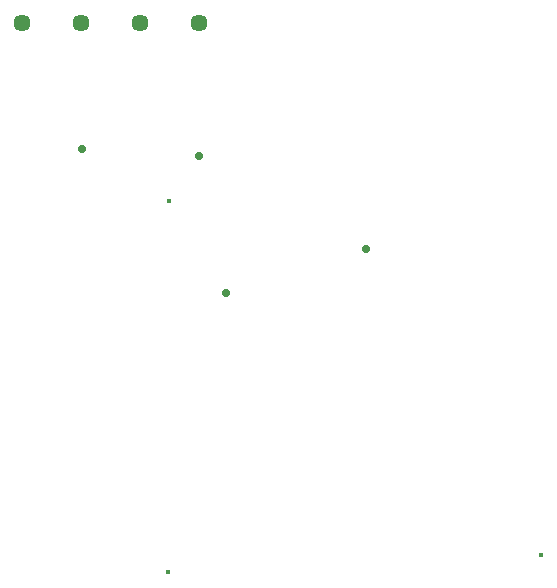
<source format=gbr>
%TF.GenerationSoftware,Altium Limited,Altium Designer,21.1.1 (26)*%
G04 Layer_Color=0*
%FSLAX42Y42*%
%MOMM*%
%TF.SameCoordinates,421AD0F8-EA99-4668-A15B-16ED363E75F7*%
%TF.FilePolarity,Positive*%
%TF.FileFunction,Plated,1,2,PTH,Drill*%
%TF.Part,Single*%
G01*
G75*
%TA.AperFunction,ComponentDrill*%
%ADD47C,1.45*%
%TA.AperFunction,ViaDrill,NotFilled*%
%ADD48C,0.71*%
%ADD49C,0.38*%
D47*
X7803Y10922D02*
D03*
X8303D02*
D03*
X7303D02*
D03*
X6803D02*
D03*
D48*
X9715Y9004D02*
D03*
X7315Y9855D02*
D03*
X8534Y8636D02*
D03*
X8303Y9792D02*
D03*
D49*
X8052Y9411D02*
D03*
X11201Y6414D02*
D03*
X8039Y6274D02*
D03*
%TF.MD5,88329a1e8977dfddc5a159a93209c0cb*%
M02*

</source>
